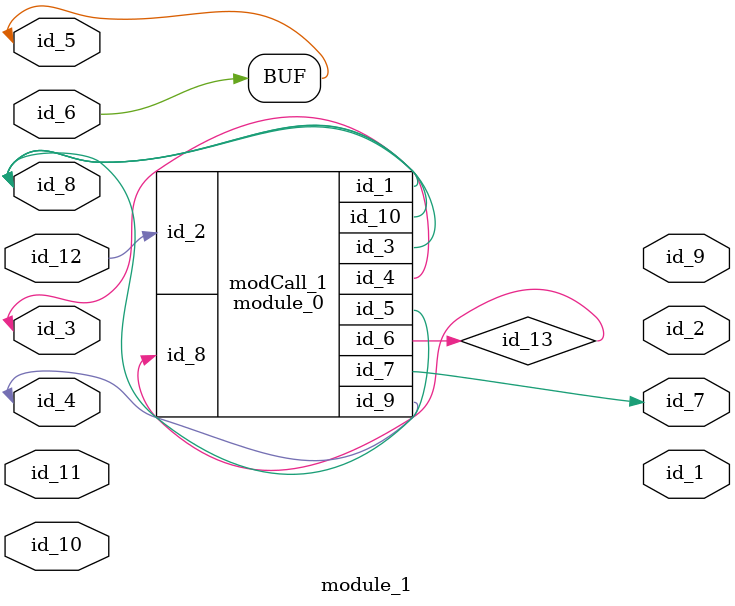
<source format=v>
module module_0 (
    id_1,
    id_2,
    id_3,
    id_4,
    id_5,
    id_6,
    id_7,
    id_8,
    id_9,
    id_10
);
  output wire id_10;
  output wire id_9;
  input wire id_8;
  output wire id_7;
  inout wire id_6;
  inout wire id_5;
  inout wire id_4;
  inout wire id_3;
  input wire id_2;
  inout wire id_1;
  wire id_11, id_12;
endmodule
module module_1 (
    id_1,
    id_2,
    id_3,
    id_4,
    id_5,
    id_6,
    id_7,
    id_8,
    id_9,
    id_10,
    id_11,
    id_12
);
  input wire id_12;
  input wire id_11;
  inout wire id_10;
  output wire id_9;
  inout wire id_8;
  output wire id_7;
  input wire id_6;
  inout wire id_5;
  inout wire id_4;
  inout wire id_3;
  output wire id_2;
  output wire id_1;
  wire id_13;
  module_0 modCall_1 (
      id_8,
      id_12,
      id_8,
      id_3,
      id_8,
      id_13,
      id_7,
      id_13,
      id_4,
      id_8
  );
  wire id_14, id_15;
  always @(-1) id_5 <= id_6;
endmodule

</source>
